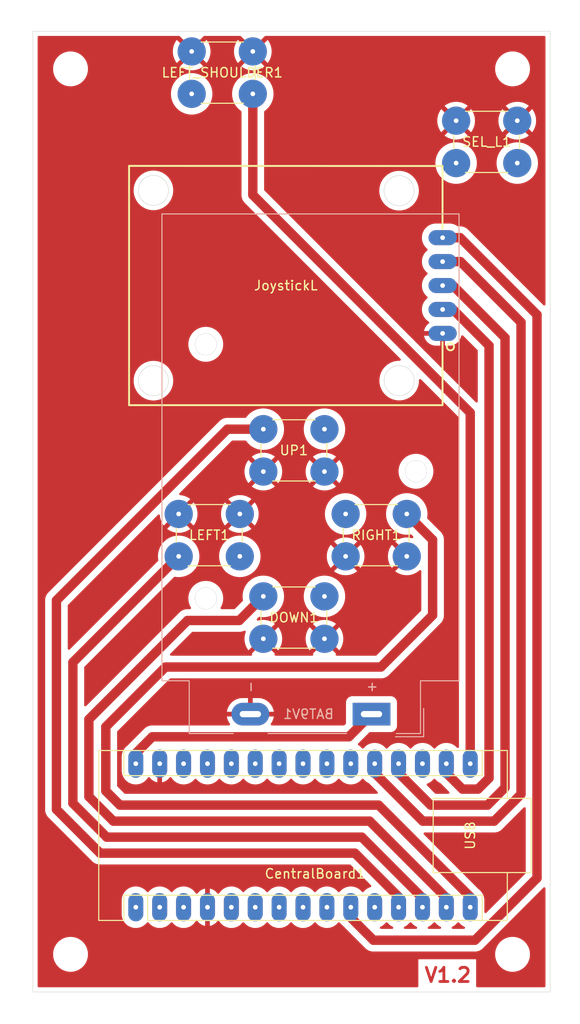
<source format=kicad_pcb>
(kicad_pcb (version 20240108) (generator "pcbnew") (generator_version "8.0")
  (title_block (title "Left Bluetooth Controller PCB") (date "2024-05-02") (rev "V1.2") (company "Instituto Superior Técnico") (comment 4 "Author: João Duarte"))
  (layers (0 "F.Cu" signal) (31 "B.Cu" signal) (34 "B.Paste" user) (35 "F.Paste" user) (36 "B.SilkS" user "B.Silkscreen") (37 "F.SilkS" user "F.Silkscreen") (38 "B.Mask" user) (39 "F.Mask" user) (44 "Edge.Cuts" user))
  (net 0 "")
  (net 1 "+9V")
  (net 2 "GND")
  (net 5 "/LEFT_SHOULDER")
  (net 6 "/UP")
  (net 9 "/Analog_X_L")
  (net 10 "/Analog_Y_L")
  (net 12 "/LEFT")
  (net 13 "/DOWN")
  (net 15 "/RIGHT")
  (net 16 "/SEL_JOY_L")
  (net 27 "+3.3V")
  (net 28 "/SEL_L")
  (footprint "MountingHole:MountingHole_3.2mm_M3" (layer "F.Cu") (at 119 51)
    (property "Reference" "H1" (at 0 0 0) (layer "F.SilkS"))
    (property "Value" "MountingHole")
    (pad "" np_thru_hole circle (at 0 0) (size 3.2 3.2) (drill 3.2) (layers "*.Cu" "*.Mask"))
  )
  (footprint "Controller:Joystick" (layer "F.Cu") (at 141.8945 74 180)
    (property "Reference" "JoystickL1")
    (property "Value" "JoystickL" (at 0 0 0) (layer "F.SilkS"))
    (fp_line (start 16.67 12.7) (end -16.66 12.69) (stroke (width 0.2032)) (layer "F.SilkS"))
    (fp_line (start 16.67 -12.7) (end 16.67 12.7) (stroke (width 0.2032)) (layer "F.SilkS"))
    (fp_line (start -16.66 12.69) (end -16.66 5.99) (stroke (width 0.2032)) (layer "F.SilkS"))
    (fp_line (start -16.6624 -12.7) (end 16.67 -12.7) (stroke (width 0.2032)) (layer "F.SilkS"))
    (fp_line (start -16.6624 -12.7) (end -16.66 -6) (stroke (width 0.2032)) (layer "F.SilkS"))
    (fp_circle (center -17.5 -6.5) (end -17.119 -6.5) (stroke (width 0.2032)) (fill none) (layer "F.SilkS"))
    (fp_circle (center 14.08 10.1) (end 14.08 11.7) (stroke (width 0.05)) (fill none) (layer "Edge.Cuts"))
    (fp_circle (center 14.08 -10.1) (end 15.68 -10.1) (stroke (width 0.05)) (fill none) (layer "Edge.Cuts"))
    (fp_circle (center -12.04 10.07) (end -10.44 10.07) (stroke (width 0.05)) (fill none) (layer "Edge.Cuts"))
    (fp_circle (center -12.05 -10.09065) (end -10.45 -10.09065) (stroke (width 0.05)) (fill none) (layer "Edge.Cuts"))
    (pad "1" thru_hole oval (at -16.66875 -5.08 180) (size 3 1.6) (drill 0.5) (layers "*.Cu" "*.Mask") (net 2 "GND"))
    (pad "2" thru_hole oval (at -16.66875 -2.54 180) (size 3 1.6) (drill 0.5) (layers "*.Cu" "*.Mask") (net 27 "+3.3V"))
    (pad "3" thru_hole oval (at -16.66875 0 180) (size 3 1.6) (drill 0.5) (layers "*.Cu" "*.Mask") (net 9 "/Analog_X_L"))
    (pad "4" thru_hole oval (at -16.66875 2.54 180) (size 3 1.6) (drill 0.5) (layers "*.Cu" "*.Mask") (net 10 "/Analog_Y_L"))
    (pad "5" thru_hole oval (at -16.66875 5.08 180) (size 3 1.6) (drill 0.5) (layers "*.Cu" "*.Mask") (net 16 "/SEL_JOY_L"))
  )
  (footprint "Button_Switch_THT:SW_PUSH_6mm" (layer "F.Cu") (at 166.5 61 180)
    (property "Reference" "SEL_L1" (at 3.25 2.25 180) (layer "F.SilkS"))
    (property "Value" "SW_Push")
    (fp_line (start 6.75 3) (end 6.75 1.5) (stroke (width 0.12)) (layer "F.SilkS"))
    (fp_line (start 5.5 -1) (end 1 -1) (stroke (width 0.12)) (layer "F.SilkS"))
    (fp_line (start 1 5.5) (end 5.5 5.5) (stroke (width 0.12)) (layer "F.SilkS"))
    (fp_line (start -0.25 1.5) (end -0.25 3) (stroke (width 0.12)) (layer "F.SilkS"))
    (pad "1" thru_hole circle (at 0 0 270) (size 3 3) (drill 0.5) (layers "*.Cu" "*.Mask") (net 28 "/SEL_L"))
    (pad "1" thru_hole circle (at 6.5 0 270) (size 3 3) (drill 0.5) (layers "*.Cu" "*.Mask") (net 28 "/SEL_L"))
    (pad "2" thru_hole circle (at 0 4.5 270) (size 3 3) (drill 0.5) (layers "*.Cu" "*.Mask") (net 2 "GND"))
    (pad "2" thru_hole circle (at 6.5 4.5 270) (size 3 3) (drill 0.5) (layers "*.Cu" "*.Mask") (net 2 "GND"))
  )
  (footprint "Button_Switch_THT:SW_PUSH_6mm" (layer "F.Cu") (at 139.5 107)
    (property "Reference" "DOWN1" (at 3.25 2.25 0) (layer "F.SilkS"))
    (property "Value" "SW_Push")
    (fp_line (start -0.25 1.5) (end -0.25 3) (stroke (width 0.12)) (layer "F.SilkS"))
    (fp_line (start 1 5.5) (end 5.5 5.5) (stroke (width 0.12)) (layer "F.SilkS"))
    (fp_line (start 5.5 -1) (end 1 -1) (stroke (width 0.12)) (layer "F.SilkS"))
    (fp_line (start 6.75 3) (end 6.75 1.5) (stroke (width 0.12)) (layer "F.SilkS"))
    (pad "1" thru_hole circle (at 0 0 90) (size 3 3) (drill 0.5) (layers "*.Cu" "*.Mask") (net 13 "/DOWN"))
    (pad "1" thru_hole circle (at 6.5 0 90) (size 3 3) (drill 0.5) (layers "*.Cu" "*.Mask") (net 13 "/DOWN"))
    (pad "2" thru_hole circle (at 0 4.5 90) (size 3 3) (drill 0.5) (layers "*.Cu" "*.Mask") (net 2 "GND"))
    (pad "2" thru_hole circle (at 6.5 4.5 90) (size 3 3) (drill 0.5) (layers "*.Cu" "*.Mask") (net 2 "GND"))
  )
  (footprint "Button_Switch_THT:SW_PUSH_6mm" (layer "F.Cu") (at 130.5 98.25)
    (property "Reference" "LEFT1" (at 3.25 2.25 0) (layer "F.SilkS"))
    (property "Value" "SW_Push")
    (fp_line (start -0.25 1.5) (end -0.25 3) (stroke (width 0.12)) (layer "F.SilkS"))
    (fp_line (start 1 5.5) (end 5.5 5.5) (stroke (width 0.12)) (layer "F.SilkS"))
    (fp_line (start 5.5 -1) (end 1 -1) (stroke (width 0.12)) (layer "F.SilkS"))
    (fp_line (start 6.75 3) (end 6.75 1.5) (stroke (width 0.12)) (layer "F.SilkS"))
    (pad "1" thru_hole circle (at 0 0 90) (size 3 3) (drill 0.5) (layers "*.Cu" "*.Mask") (net 2 "GND"))
    (pad "1" thru_hole circle (at 6.5 0 90) (size 3 3) (drill 0.5) (layers "*.Cu" "*.Mask") (net 2 "GND"))
    (pad "2" thru_hole circle (at 0 4.5 90) (size 3 3) (drill 0.5) (layers "*.Cu" "*.Mask") (net 12 "/LEFT"))
    (pad "2" thru_hole circle (at 6.5 4.5 90) (size 3 3) (drill 0.5) (layers "*.Cu" "*.Mask") (net 12 "/LEFT"))
  )
  (footprint "Button_Switch_THT:SW_PUSH_6mm" (layer "F.Cu") (at 138.3808 53.649932 180)
    (property "Reference" "LEFT_SHOULDER1" (at 3.25 2.25 180) (layer "F.SilkS"))
    (property "Value" "SW_Push")
    (fp_line (start 6.75 3) (end 6.75 1.5) (stroke (width 0.12)) (layer "F.SilkS"))
    (fp_line (start 5.5 -1) (end 1 -1) (stroke (width 0.12)) (layer "F.SilkS"))
    (fp_line (start 1 5.5) (end 5.5 5.5) (stroke (width 0.12)) (layer "F.SilkS"))
    (fp_line (start -0.25 1.5) (end -0.25 3) (stroke (width 0.12)) (layer "F.SilkS"))
    (pad "1" thru_hole circle (at 0 0 270) (size 3 3) (drill 0.5) (layers "*.Cu" "*.Mask") (net 5 "/LEFT_SHOULDER"))
    (pad "1" thru_hole circle (at 6.5 0 270) (size 3 3) (drill 0.5) (layers "*.Cu" "*.Mask") (net 5 "/LEFT_SHOULDER"))
    (pad "2" thru_hole circle (at 0 4.5 270) (size 3 3) (drill 0.5) (layers "*.Cu" "*.Mask") (net 2 "GND"))
    (pad "2" thru_hole circle (at 6.5 4.5 270) (size 3 3) (drill 0.5) (layers "*.Cu" "*.Mask") (net 2 "GND"))
  )
  (footprint "Button_Switch_THT:SW_PUSH_6mm" (layer "F.Cu") (at 148.25 98.25)
    (property "Reference" "RIGHT1" (at 3.25 2.25 0) (layer "F.SilkS"))
    (property "Value" "SW_Push")
    (fp_line (start -0.25 1.5) (end -0.25 3) (stroke (width 0.12)) (layer "F.SilkS"))
    (fp_line (start 1 5.5) (end 5.5 5.5) (stroke (width 0.12)) (layer "F.SilkS"))
    (fp_line (start 5.5 -1) (end 1 -1) (stroke (width 0.12)) (layer "F.SilkS"))
    (fp_line (start 6.75 3) (end 6.75 1.5) (stroke (width 0.12)) (layer "F.SilkS"))
    (pad "1" thru_hole circle (at 0 0 90) (size 3 3) (drill 0.5) (layers "*.Cu" "*.Mask") (net 15 "/RIGHT"))
    (pad "1" thru_hole circle (at 6.5 0 90) (size 3 3) (drill 0.5) (layers "*.Cu" "*.Mask") (net 15 "/RIGHT"))
    (pad "2" thru_hole circle (at 0 4.5 90) (size 3 3) (drill 0.5) (layers "*.Cu" "*.Mask") (net 2 "GND"))
    (pad "2" thru_hole circle (at 6.5 4.5 90) (size 3 3) (drill 0.5) (layers "*.Cu" "*.Mask") (net 2 "GND"))
  )
  (footprint "Module:Arduino_Nano" (layer "F.Cu") (at 125.94 140 90)
    (property "Reference" "CentralBoard1" (at 3.556 19.05 0) (layer "F.SilkS"))
    (property "Value" "Arduino_Nano_v3.x")
    (fp_line (start 16.64 -3.94) (end -1.4 -3.94) (stroke (width 0.12)) (layer "F.SilkS"))
    (fp_line (start -1.4 -3.94) (end -1.4 -1.27) (stroke (width 0.12)) (layer "F.SilkS"))
    (fp_line (start 13.97 -1.27) (end 16.64 -1.27) (stroke (width 0.12)) (layer "F.SilkS"))
    (fp_line (start 13.97 -1.27) (end 13.97 36.83) (stroke (width 0.12)) (layer "F.SilkS"))
    (fp_line (start 1.27 -1.27) (end -1.4 -1.27) (stroke (width 0.12)) (layer "F.SilkS"))
    (fp_line (start 1.27 1.27) (end 1.27 -1.27) (stroke (width 0.12)) (layer "F.SilkS"))
    (fp_line (start 1.27 1.27) (end -1.4 1.27) (stroke (width 0.12)) (layer "F.SilkS"))
    (fp_line (start 1.27 1.27) (end 1.27 36.83) (stroke (width 0.12)) (layer "F.SilkS"))
    (fp_line (start -1.4 1.27) (end -1.4 39.5) (stroke (width 0.12)) (layer "F.SilkS"))
    (fp_line (start 11.56 31.62) (end 11.56 42.04) (stroke (width 0.12)) (layer "F.SilkS"))
    (fp_line (start 3.68 31.62) (end 11.56 31.62) (stroke (width 0.12)) (layer "F.SilkS"))
    (fp_line (start 13.97 36.83) (end 16.64 36.83) (stroke (width 0.12)) (layer "F.SilkS"))
    (fp_line (start 1.27 36.83) (end -1.4 36.83) (stroke (width 0.12)) (layer "F.SilkS"))
    (fp_line (start 16.64 39.5) (end 16.64 -3.94) (stroke (width 0.12)) (layer "F.SilkS"))
    (fp_line (start 16.64 39.5) (end 11.56 39.5) (stroke (width 0.12)) (layer "F.SilkS"))
    (fp_line (start -1.4 39.5) (end 3.68 39.5) (stroke (width 0.12)) (layer "F.SilkS"))
    (fp_line (start 11.56 42.04) (end 3.68 42.04) (stroke (width 0.12)) (layer "F.SilkS"))
    (fp_line (start 3.68 42.04) (end 3.68 31.62) (stroke (width 0.12)) (layer "F.SilkS"))
    (fp_text user "USB" (at 7.62 35.56 90) (layer "F.SilkS"))
    (pad "1" thru_hole oval (at 0 0 90) (size 3 1.6) (drill 0.5) (layers "*.Cu" "*.Mask"))
    (pad "2" thru_hole oval (at 0 2.54 90) (size 3 1.6) (drill 0.5) (layers "*.Cu" "*.Mask"))
    (pad "3" thru_hole oval (at 0 5.08 90) (size 3 1.6) (drill 0.5) (layers "*.Cu" "*.Mask"))
    (pad "4" thru_hole oval (at 0 7.62 90) (size 3 1.6) (drill 0.5) (layers "*.Cu" "*.Mask") (net 2 "GND"))
    (pad "5" thru_hole oval (at 0 10.16 90) (size 3 1.6) (drill 0.5) (layers "*.Cu" "*.Mask"))
    (pad "6" thru_hole oval (at 0 12.7 90) (size 3 1.6) (drill 0.5) (layers "*.Cu" "*.Mask"))
    (pad "7" thru_hole oval (at 0 15.24 90) (size 3 1.6) (drill 0.5) (layers "*.Cu" "*.Mask"))
    (pad "8" thru_hole oval (at 0 17.78 90) (size 3 1.6) (drill 0.5) (layers "*.Cu" "*.Mask"))
    (pad "9" thru_hole oval (at 0 20.32 90) (size 3 1.6) (drill 0.5) (layers "*.Cu" "*.Mask") (net 28 "/SEL_L"))
    (pad "10" thru_hole oval (at 0 22.86 90) (size 3 1.6) (drill 0.5) (layers "*.Cu" "*.Mask") (net 16 "/SEL_JOY_L"))
    (pad "11" thru_hole oval (at 0 25.4 90) (size 3 1.6) (drill 0.5) (layers "*.Cu" "*.Mask"))
    (pad "12" thru_hole oval (at 0 27.94 90) (size 3 1.6) (drill 0.5) (layers "*.Cu" "*.Mask") (net 6 "/UP"))
    (pad "13" thru_hole oval (at 0 30.48 90) (size 3 1.6) (drill 0.5) (layers "*.Cu" "*.Mask") (net 12 "/LEFT"))
    (pad "14" thru_hole oval (at 0 33.02 90) (size 3 1.6) (drill 0.5) (layers "*.Cu" "*.Mask") (net 13 "/DOWN"))
    (pad "15" thru_hole oval (at 0 35.56 90) (size 3 1.6) (drill 0.5) (layers "*.Cu" "*.Mask") (net 15 "/RIGHT"))
    (pad "16" thru_hole oval (at 15.24 35.56 90) (size 3 1.6) (drill 0.5) (layers "*.Cu" "*.Mask") (net 5 "/LEFT_SHOULDER"))
    (pad "17" thru_hole oval (at 15.24 33.02 90) (size 3 1.6) (drill 0.5) (layers "*.Cu" "*.Mask") (net 27 "+3.3V"))
    (pad "18" thru_hole oval (at 15.24 30.48 90) (size 3 1.6) (drill 0.5) (layers "*.Cu" "*.Mask"))
    (pad "19" thru_hole oval (at 15.24 27.94 90) (size 3 1.6) (drill 0.5) (layers "*.Cu" "*.Mask") (net 9 "/Analog_X_L"))
    (pad "20" thru_hole oval (at 15.24 25.4 90) (size 3 1.6) (drill 0.5) (layers "*.Cu" "*.Mask") (net 10 "/Analog_Y_L"))
    (pad "21" thru_hole oval (at 15.24 22.86 90) (size 3 1.6) (drill 0.5) (layers "*.Cu" "*.Mask"))
    (pad "22" thru_hole oval (at 15.24 20.32 90) (size 3 1.6) (drill 0.5) (layers "*.Cu" "*.Mask"))
    (pad "23" thru_hole oval (at 15.24 17.78 90) (size 3 1.6) (drill 0.5) (layers "*.Cu" "*.Mask"))
    (pad "24" thru_hole oval (at 15.24 15.24 90) (size 3 1.6) (drill 0.5) (layers "*.Cu" "*.Mask"))
    (pad "25" thru_hole oval (at 15.24 12.7 90) (size 3 1.6) (drill 0.5) (layers "*.Cu" "*.Mask"))
    (pad "26" thru_hole oval (at 15.24 10.16 90) (size 3 1.6) (drill 0.5) (layers "*.Cu" "*.Mask"))
    (pad "27" thru_hole oval (at 15.24 7.62 90) (size 3 1.6) (drill 0.5) (layers "*.Cu" "*.Mask"))
    (pad "28" thru_hole oval (at 15.24 5.08 90) (size 3 1.6) (drill 0.5) (layers "*.Cu" "*.Mask"))
    (pad "29" thru_hole oval (at 15.24 2.54 90) (size 3 1.6) (drill 0.5) (layers "*.Cu" "*.Mask") (net 2 "GND"))
    (pad "30" thru_hole oval (at 15.24 0 90) (size 3 1.6) (drill 0.5) (layers "*.Cu" "*.Mask") (net 1 "+9V"))
  )
  (footprint "MountingHole:MountingHole_3.2mm_M3" (layer "F.Cu") (at 166 51)
    (property "Reference" "H2" (at 0 0 0) (layer "F.SilkS"))
    (property "Value" "MountingHole")
    (pad "" np_thru_hole circle (at 0 0) (size 3.2 3.2) (drill 3.2) (layers "*.Cu" "*.Mask"))
  )
  (footprint "Button_Switch_THT:SW_PUSH_6mm" (layer "F.Cu") (at 139.5 89.25)
    (property "Reference" "UP1" (at 3.25 2.25 0) (layer "F.SilkS"))
    (property "Value" "SW_Push")
    (fp_line (start -0.25 1.5) (end -0.25 3) (stroke (width 0.12)) (layer "F.SilkS"))
    (fp_line (start 1 5.5) (end 5.5 5.5) (stroke (width 0.12)) (layer "F.SilkS"))
    (fp_line (start 5.5 -1) (end 1 -1) (stroke (width 0.12)) (layer "F.SilkS"))
    (fp_line (start 6.75 3) (end 6.75 1.5) (stroke (width 0.12)) (layer "F.SilkS"))
    (pad "1" thru_hole circle (at 0 0 90) (size 3 3) (drill 0.5) (layers "*.Cu" "*.Mask") (net 6 "/UP"))
    (pad "1" thru_hole circle (at 6.5 0 90) (size 3 3) (drill 0.5) (layers "*.Cu" "*.Mask") (net 6 "/UP"))
    (pad "2" thru_hole circle (at 0 4.5 90) (size 3 3) (drill 0.5) (layers "*.Cu" "*.Mask") (net 2 "GND"))
    (pad "2" thru_hole circle (at 6.5 4.5 90) (size 3 3) (drill 0.5) (layers "*.Cu" "*.Mask") (net 2 "GND"))
  )
  (footprint "MountingHole:MountingHole_3.2mm_M3" (layer "F.Cu") (at 166 145)
    (property "Reference" "H3" (at 0 0 0) (layer "F.SilkS"))
    (property "Value" "MountingHole")
    (pad "" np_thru_hole circle (at 0 0) (size 3.2 3.2) (drill 3.2) (layers "F&B.Cu" "*.Mask"))
  )
  (footprint "MountingHole:MountingHole_3.2mm_M3" (layer "F.Cu") (at 119 145)
    (property "Reference" "H4" (at 0 0 0) (layer "F.SilkS"))
    (property "Value" "MountingHole")
    (pad "" np_thru_hole circle (at 0 0) (size 3.2 3.2) (drill 3.2) (layers "*.Cu" "*.Mask"))
  )
  (footprint "Battery:BatteryHolder_MPD_BA9VPC_1xPP3" (layer "B.Cu") (at 151 119.5 90)
    (property "Reference" "BAT9V1" (at 0 -6.7 0) (layer "B.SilkS") (effects (justify mirror)))
    (property "Value" "Battery_Cell")
    (fp_line (start 3.54 -22.28) (end 53.1 -22.28) (stroke (width 0.12)) (layer "B.SilkS"))
    (fp_line (start 3.54 -19.38) (end 3.54 -22.28) (stroke (width 0.12)) (layer "B.SilkS"))
    (fp_line (start -2.06 -19.38) (end 3.54 -19.38) (stroke (width 0.12)) (layer "B.SilkS"))
    (fp_line (start -2.06 -14.7) (end -2.06 -19.38) (stroke (width 0.12)) (layer "B.SilkS"))
    (fp_line (start -2.06 -11) (end -2.06 -2.65) (stroke (width 0.12)) (layer "B.SilkS"))
    (fp_line (start -2.4 2.55) (end -2.4 5.55) (stroke (width 0.12)) (layer "B.SilkS"))
    (fp_line (start -2.06 2.65) (end -2.06 5.21) (stroke (width 0.12)) (layer "B.SilkS"))
    (fp_line (start 3.54 5.21) (end 3.54 9.31) (stroke (width 0.12)) (layer "B.SilkS"))
    (fp_line (start -2.06 5.21) (end 3.54 5.21) (stroke (width 0.12)) (layer "B.SilkS"))
    (fp_line (start 0.6 5.55) (end -2.4 5.55) (stroke (width 0.12)) (layer "B.SilkS"))
    (fp_line (start 53.1 9.31) (end 53.1 -22.28) (stroke (width 0.12)) (layer "B.SilkS"))
    (fp_line (start 3.54 9.31) (end 53.1 9.31) (stroke (width 0.12)) (layer "B.SilkS"))
    (fp_text user "-" (at 3.6 -12.88 -90) (layer "B.SilkS") (effects (justify left mirror)))
    (fp_text user "+" (at 3.6 0 -90) (layer "B.SilkS") (effects (justify left mirror)))
    (pad "" np_thru_hole circle (at 12.29 -17.62 90) (size 2.3 2.3) (drill 2.29) (layers "*.Cu" "*.Mask"))
    (pad "" np_thru_hole circle (at 25.78 4.73 90) (size 2.3 2.3) (drill 2.29) (layers "*.Cu" "*.Mask"))
    (pad "" np_thru_hole circle (at 39.26 -17.62 90) (size 2.3 2.3) (drill 2.29) (layers "*.Cu" "*.Mask"))
    (pad "1" thru_hole rect (at 0 0 90) (size 2.41 4.02) (drill oval 0.66 2.27) (layers "*.Cu" "*.Mask") (net 1 "+9V"))
    (pad "2" thru_hole oval (at 0 -12.88 90) (size 2.41 4.02) (drill oval 0.66 2.27) (layers "*.Cu" "*.Mask") (net 2 "GND"))
  )
  (gr_rect (start 115 47) (end 170 149) (stroke (width 0.05)) (fill none) (layer "Edge.Cuts"))
  (gr_text "V1.2" (at 156.5 148.082 0) (layer "F.Cu") (effects (font (size 1.5 1.5) (thickness 0.3) (bold yes)) (justify left bottom)))
  (segment (start 125.94 124.76) (end 125.94 123.66) (width 1) (layer "F.Cu") (net 1))
  (segment (start 125.94 123.66) (end 127.695 121.905) (width 1) (layer "F.Cu") (net 1))
  (segment (start 148.595 121.905) (end 151 119.5) (width 1) (layer "F.Cu") (net 1))
  (segment (start 127.695 121.905) (end 148.595 121.905) (width 1) (layer "F.Cu") (net 1))
  (segment (start 160.036 56.388) (end 160.072 56.424) (width 1) (layer "F.Cu") (net 2))
  (segment (start 161.5 87.5) (end 138.3808 64.3808) (width 1) (layer "F.Cu") (net 5))
  (segment (start 161.5 124.76) (end 161.5 87.5) (width 1) (layer "F.Cu") (net 5))
  (segment (start 138.3808 64.3808) (end 138.3808 53.649932) (width 1) (layer "F.Cu") (net 5))
  (segment (start 135.681623 89.25) (end 139.5 89.25) (width 1) (layer "F.Cu") (net 6))
  (segment (start 153.88 140) (end 153.88 138.9) (width 1) (layer "F.Cu") (net 6))
  (segment (start 122.143344 134.26) (end 117.5 129.616656) (width 1) (layer "F.Cu") (net 6))
  (segment (start 117.5 107.431623) (end 135.681623 89.25) (width 1) (layer "F.Cu") (net 6))
  (segment (start 153.88 138.9) (end 149.24 134.26) (width 1) (layer "F.Cu") (net 6))
  (segment (start 117.5 129.616656) (end 117.5 107.431623) (width 1) (layer "F.Cu") (net 6))
  (segment (start 149.24 134.26) (end 122.143344 134.26) (width 1) (layer "F.Cu") (net 6))
  (segment (start 165.2 127.3) (end 165.2 79.53675) (width 1) (layer "F.Cu") (net 9))
  (segment (start 165.2 79.53675) (end 159.66325 74) (width 1) (layer "F.Cu") (net 9))
  (segment (start 163.34 129.16) (end 165.2 127.3) (width 1) (layer "F.Cu") (net 9))
  (segment (start 153.88 124.76) (end 153.88 125.748427) (width 1) (layer "F.Cu") (net 9))
  (segment (start 153.88 125.748427) (end 157.291573 129.16) (width 1) (layer "F.Cu") (net 9))
  (segment (start 157.291573 129.16) (end 163.34 129.16) (width 1) (layer "F.Cu") (net 9))
  (segment (start 159.66325 74) (end 158.56325 74) (width 1) (layer "F.Cu") (net 9))
  (segment (start 164.044164 130.86) (end 166.9 128.004163) (width 1) (layer "F.Cu") (net 10))
  (segment (start 166.9 128.004163) (end 166.9 77.9) (width 1) (layer "F.Cu") (net 10))
  (segment (start 156.451573 130.86) (end 164.044164 130.86) (width 1) (layer "F.Cu") (net 10))
  (segment (start 166.9 77.9) (end 160.46 71.46) (width 1) (layer "F.Cu") (net 10))
  (segment (start 160.46 71.46) (end 158.56325 71.46) (width 1) (layer "F.Cu") (net 10))
  (segment (start 151.34 125.748427) (end 156.451573 130.86) (width 1) (layer "F.Cu") (net 10))
  (segment (start 151.34 124.76) (end 151.34 125.748427) (width 1) (layer "F.Cu") (net 10))
  (segment (start 119.25 114) (end 130.5 102.75) (width 1) (layer "F.Cu") (net 12))
  (segment (start 149.968427 132.56) (end 122.847508 132.56) (width 1) (layer "F.Cu") (net 12))
  (segment (start 122.847508 132.56) (end 119.25 128.962492) (width 1) (layer "F.Cu") (net 12))
  (segment (start 156.42 140) (end 156.42 139.011573) (width 1) (layer "F.Cu") (net 12))
  (segment (start 156.42 139.011573) (end 149.968427 132.56) (width 1) (layer "F.Cu") (net 12))
  (segment (start 119.25 128.962492) (end 119.25 114) (width 1) (layer "F.Cu") (net 12))
  (segment (start 120.95 120.05) (end 131.44 109.56) (width 1) (layer "F.Cu") (net 13))
  (segment (start 150.808427 130.86) (end 123.551672 130.86) (width 1) (layer "F.Cu") (net 13))
  (segment (start 123.551672 130.86) (end 120.95 128.258328) (width 1) (layer "F.Cu") (net 13))
  (segment (start 131.44 109.56) (end 136.94 109.56) (width 1) (layer "F.Cu") (net 13))
  (segment (start 158.96 139.011573) (end 150.808427 130.86) (width 1) (layer "F.Cu") (net 13))
  (segment (start 136.94 109.56) (end 139.5 107) (width 1) (layer "F.Cu") (net 13))
  (segment (start 158.96 140) (end 158.96 139.011573) (width 1) (layer "F.Cu") (net 13))
  (segment (start 120.95 128.258328) (end 120.95 120.05) (width 1) (layer "F.Cu") (net 13))
  (segment (start 157.5 101) (end 154.75 98.25) (width 1) (layer "F.Cu") (net 15))
  (segment (start 161.5 138.9) (end 151.76 129.16) (width 1) (layer "F.Cu") (net 15))
  (segment (start 129.095836 114.5) (end 152 114.5) (width 1) (layer "F.Cu") (net 15))
  (segment (start 152 114.5) (end 157.5 109) (width 1) (layer "F.Cu") (net 15))
  (segment (start 122.75 120.845836) (end 129.095836 114.5) (width 1) (layer "F.Cu") (net 15))
  (segment (start 122.75 127.654164) (end 122.75 120.845836) (width 1) (layer "F.Cu") (net 15))
  (segment (start 157.5 109) (end 157.5 101) (width 1) (layer "F.Cu") (net 15))
  (segment (start 161.5 140) (end 161.5 138.9) (width 1) (layer "F.Cu") (net 15))
  (segment (start 124.255836 129.16) (end 122.75 127.654164) (width 1) (layer "F.Cu") (net 15))
  (segment (start 151.76 129.16) (end 124.255836 129.16) (width 1) (layer "F.Cu") (net 15))
  (segment (start 162 143.5) (end 168.6 136.9) (width 1) (layer "F.Cu") (net 16))
  (segment (start 148.8 141.1) (end 151.2 143.5) (width 1) (layer "F.Cu") (net 16))
  (segment (start 151.2 143.5) (end 162 143.5) (width 1) (layer "F.Cu") (net 16))
  (segment (start 168.6 77.1) (end 160.42 68.92) (width 1) (layer "F.Cu") (net 16))
  (segment (start 160.42 68.92) (end 158.56325 68.92) (width 1) (layer "F.Cu") (net 16))
  (segment (start 148.8 140) (end 148.8 141.1) (width 1) (layer "F.Cu") (net 16))
  (segment (start 168.6 136.9) (end 168.6 77.1) (width 1) (layer "F.Cu") (net 16))
  (segment (start 158.96 124.76) (end 158.96 125.748427) (width 1) (layer "F.Cu") (net 27))
  (segment (start 162.328427 127.46) (end 163.5 126.288427) (width 1) (layer "F.Cu") (net 27))
  (segment (start 159.66325 76.54) (end 158.56325 76.54) (width 1) (layer "F.Cu") (net 27))
  (segment (start 158.96 125.748427) (end 160.671573 127.46) (width 1) (layer "F.Cu") (net 27))
  (segment (start 163.5 126.288427) (end 163.5 80.37675) (width 1) (layer "F.Cu") (net 27))
  (segment (start 163.5 80.37675) (end 159.66325 76.54) (width 1) (layer "F.Cu") (net 27))
  (segment (start 160.671573 127.46) (end 162.328427 127.46) (width 1) (layer "F.Cu") (net 27))
  (zone (net 2) (net_name "GND") (layer "F.Cu") (connect_pads (clearance 0.5)) (min_thickness 0.25) (fill yes (thermal_gap 0.5) (thermal_bridge_width 0.5) (island_removal_mode 1) (island_area_min 10))
    (polygon (pts (xy 111.5 152.4) (xy 173.19 152.4) (xy 173.19 43.688) (xy 111.5 43.688)))
  )
)
</source>
